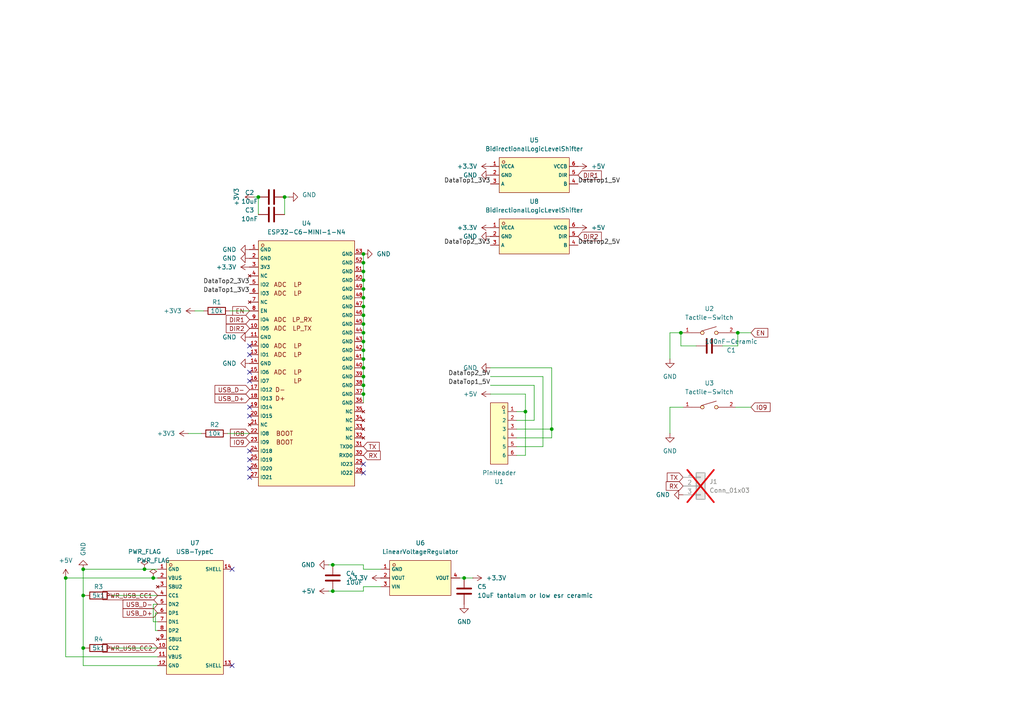
<source format=kicad_sch>
(kicad_sch (version 20231120) (generator "eeschema") (generator_version "8.0")
  (paper "A4")
  (lib_symbols
    (symbol "Connector_Generic:Conn_01x03" (pin_names (offset 1.016) hide)
      (property "Reference" "J" (at 0 5.08 0))
      (property "Value" "Conn_01x03" (at 0 -5.08 0))
      (symbol "Conn_01x03_1_1"
        (rectangle (start -1.27 -2.413) (end 0 -2.667) (stroke (width 0.1524)))
        (rectangle (start -1.27 0.127) (end 0 -0.127) (stroke (width 0.1524)))
        (rectangle (start -1.27 2.667) (end 0 2.413) (stroke (width 0.1524)))
        (rectangle (start -1.27 3.81) (end 1.27 -3.81) (stroke (width 0.254)) (fill (type background)))
        (pin passive line (at -5.08 2.54 0) (length 3.81) (name "Pin_1") (number "1"))
        (pin passive line (at -5.08 0 0) (length 3.81) (name "Pin_2") (number "2"))
        (pin passive line (at -5.08 -2.54 0) (length 3.81) (name "Pin_3") (number "3"))
      )
    )
    (symbol "Custom_Parts:01x06_PinHeader_Angled"
      (property "Reference" "U" (at 0 1.27 0))
      (property "Value" "01x06_PinHeader_Angled" (at 0 -2.54 0))
      (symbol "01x06_PinHeader_Angled_0_1"
        (rectangle (start -2.54 8.89) (end 2.54 -8.89) (fill (type background)))
        (circle (center -1.27 7.62) (radius 0.381) (fill (type background)))
      )
      (symbol "01x06_PinHeader_Angled_1_1"
        (pin passive line (at -5.08 6.35 0) (length 2.54) (name "1") (number "1"))
        (pin passive line (at -5.08 3.81 0) (length 2.54) (name "2") (number "2"))
        (pin passive line (at -5.08 1.27 0) (length 2.54) (name "3") (number "3"))
        (pin passive line (at -5.08 -1.27 0) (length 2.54) (name "4") (number "4"))
        (pin passive line (at -5.08 -3.81 0) (length 2.54) (name "5") (number "5"))
        (pin passive line (at -5.08 -6.35 0) (length 2.54) (name "6") (number "6"))
      )
    )
    (symbol "Custom_Parts:BidirectionalLogicLevelShifter"
      (property "Reference" "U" (at 0 1.27 0))
      (property "Value" "BidirectionalLogicLevelShifter" (at 0 -2.54 0))
      (symbol "BidirectionalLogicLevelShifter_0_1"
        (rectangle (start -10.16 5.08) (end 10.16 -5.08) (fill (type background)))
        (circle (center -8.89 3.81) (radius 0.381) (fill (type background)))
        (pin power_in line (at -12.7 2.54 0) (length 2.54) (name "VCCA") (number "1"))
        (pin power_in line (at -12.7 0 0) (length 2.54) (name "GND") (number "2"))
        (pin bidirectional line (at -12.7 -2.54 0) (length 2.54) (name "A") (number "3"))
        (pin bidirectional line (at 12.7 -2.54 180) (length 2.54) (name "B") (number "4"))
        (pin input line (at 12.7 0 180) (length 2.54) (name "DIR") (number "5"))
        (pin power_in line (at 12.7 2.54 180) (length 2.54) (name "VCCB") (number "6"))
      )
    )
    (symbol "Custom_Parts:ESP32-C6-MINI-1-N4"
      (property "Reference" "U" (at 0 1.27 0))
      (property "Value" "ESP32-C6-MINI-1-N4" (at 0 -2.54 0))
      (symbol "ESP32-C6-MINI-1-N4_0_1"
        (rectangle (start -13.97 38.1001) (end 13.97 -33.0201) (fill (type background)))
        (circle (center -12.7 36.8301) (radius 0.381) (fill (type background)))
        (pin bidirectional line (at -16.51 12.7 0) (length 2.54) (name "IO5") (number "10"))
        (pin power_in line (at -16.51 10.16 0) (length 2.54) (name "GND") (number "11"))
        (pin bidirectional line (at -16.51 7.62 0) (length 2.54) (name "IO0") (number "12"))
        (pin bidirectional line (at -16.51 5.08 0) (length 2.54) (name "IO1") (number "13"))
        (pin power_in line (at -16.51 2.54 0) (length 2.54) (name "GND") (number "14"))
        (pin bidirectional line (at -16.51 0 0) (length 2.54) (name "IO6") (number "15"))
        (pin bidirectional line (at -16.51 -2.54 0) (length 2.54) (name "IO7") (number "16"))
        (pin bidirectional line (at -16.51 -5.08 0) (length 2.54) (name "IO12") (number "17"))
        (pin bidirectional line (at -16.51 -7.62 0) (length 2.54) (name "IO13") (number "18"))
        (pin bidirectional line (at -16.51 -10.16 0) (length 2.54) (name "IO14") (number "19"))
        (pin bidirectional line (at -16.51 -12.7 0) (length 2.54) (name "IO15") (number "20"))
        (pin no_connect line (at -16.51 -15.24 0) (length 2.54) (name "NC") (number "21"))
        (pin bidirectional line (at -16.51 -17.78 0) (length 2.54) (name "IO8") (number "22"))
        (pin bidirectional line (at -16.51 -20.32 0) (length 2.54) (name "IO9") (number "23"))
        (pin bidirectional line (at -16.51 -22.86 0) (length 2.54) (name "IO18") (number "24"))
        (pin bidirectional line (at -16.51 -25.4 0) (length 2.54) (name "IO19") (number "25"))
        (pin bidirectional line (at -16.51 -27.94 0) (length 2.54) (name "IO20") (number "26"))
        (pin bidirectional line (at -16.51 -30.48 0) (length 2.54) (name "IO21") (number "27"))
        (pin bidirectional line (at 16.51 -29.21 180) (length 2.54) (name "IO22") (number "28"))
        (pin bidirectional line (at 16.51 -26.67 180) (length 2.54) (name "IO23") (number "29"))
        (pin bidirectional line (at 16.51 -24.13 180) (length 2.54) (name "RXD0") (number "30"))
        (pin bidirectional line (at 16.51 -21.59 180) (length 2.54) (name "TXD0") (number "31"))
        (pin no_connect line (at 16.51 -19.05 180) (length 2.54) (name "NC") (number "32"))
        (pin no_connect line (at 16.51 -16.51 180) (length 2.54) (name "NC") (number "33"))
        (pin no_connect line (at 16.51 -13.97 180) (length 2.54) (name "NC") (number "34"))
        (pin no_connect line (at 16.51 -11.43 180) (length 2.54) (name "NC") (number "35"))
        (pin power_in line (at 16.51 -8.89 180) (length 2.54) (name "GND") (number "36"))
        (pin power_in line (at 16.51 -6.35 180) (length 2.54) (name "GND") (number "37"))
        (pin power_in line (at 16.51 -3.81 180) (length 2.54) (name "GND") (number "38"))
        (pin power_in line (at 16.51 -1.27 180) (length 2.54) (name "GND") (number "39"))
        (pin power_in line (at 16.51 1.27 180) (length 2.54) (name "GND") (number "40"))
        (pin power_in line (at 16.51 3.81 180) (length 2.54) (name "GND") (number "41"))
        (pin power_in line (at 16.51 6.35 180) (length 2.54) (name "GND") (number "42"))
        (pin power_in line (at 16.51 8.89 180) (length 2.54) (name "GND") (number "43"))
        (pin power_in line (at 16.51 11.43 180) (length 2.54) (name "GND") (number "44"))
        (pin power_in line (at 16.51 13.97 180) (length 2.54) (name "GND") (number "45"))
        (pin power_in line (at 16.51 16.51 180) (length 2.54) (name "GND") (number "46"))
        (pin power_in line (at 16.51 19.05 180) (length 2.54) (name "GND") (number "47"))
        (pin power_in line (at 16.51 21.59 180) (length 2.54) (name "GND") (number "48"))
        (pin power_in line (at 16.51 24.13 180) (length 2.54) (name "GND") (number "49"))
        (pin bidirectional line (at -16.51 25.4 0) (length 2.54) (name "IO2") (number "5"))
        (pin power_in line (at 16.51 26.67 180) (length 2.54) (name "GND") (number "50"))
        (pin power_in line (at 16.51 29.21 180) (length 2.54) (name "GND") (number "51"))
        (pin power_in line (at 16.51 31.75 180) (length 2.54) (name "GND") (number "52"))
        (pin power_in line (at 16.51 34.29 180) (length 2.54) (name "GND") (number "53"))
        (pin bidirectional line (at -16.51 22.86 0) (length 2.54) (name "IO3") (number "6"))
        (pin no_connect line (at -16.51 20.32 0) (length 2.54) (name "NC") (number "7"))
        (pin input line (at -16.51 17.78 0) (length 2.54) (name "EN") (number "8"))
        (pin bidirectional line (at -16.51 15.24 0) (length 2.54) (name "IO4") (number "9"))
      )
      (symbol "ESP32-C6-MINI-1-N4_1_1"
        (text "ADC" (at -7.62 0 0) (effects (font (size 1.27 1.27))))
        (text "ADC" (at -7.62 5.08 0) (effects (font (size 1.27 1.27))))
        (text "ADC" (at -7.62 7.62 0) (effects (font (size 1.27 1.27))))
        (text "ADC" (at -7.62 12.7 0) (effects (font (size 1.27 1.27))))
        (text "ADC" (at -7.62 15.24 0) (effects (font (size 1.27 1.27))))
        (text "ADC" (at -7.62 22.86 0) (effects (font (size 1.27 1.27))))
        (text "ADC" (at -7.62 25.4 0) (effects (font (size 1.27 1.27))))
        (text "BOOT" (at -6.35 -20.32 0) (effects (font (size 1.27 1.27))))
        (text "BOOT" (at -6.35 -17.78 0) (effects (font (size 1.27 1.27))))
        (text "D+" (at -7.62 -7.62 0) (effects (font (size 1.27 1.27))))
        (text "D-" (at -7.62 -5.08 0) (effects (font (size 1.27 1.27))))
        (text "LP" (at -2.54 -2.54 0) (effects (font (size 1.27 1.27))))
        (text "LP" (at -2.54 0 0) (effects (font (size 1.27 1.27))))
        (text "LP" (at -2.54 5.08 0) (effects (font (size 1.27 1.27))))
        (text "LP" (at -2.54 7.62 0) (effects (font (size 1.27 1.27))))
        (text "LP" (at -2.54 22.86 0) (effects (font (size 1.27 1.27))))
        (text "LP" (at -2.54 25.4 0) (effects (font (size 1.27 1.27))))
        (text "LP_RX" (at -1.27 15.24 0) (effects (font (size 1.27 1.27))))
        (text "LP_TX" (at -1.27 12.7 0) (effects (font (size 1.27 1.27))))
        (pin power_in line (at -16.51 35.56 0) (length 2.54) (name "GND") (number "1"))
        (pin power_in line (at -16.51 33.02 0) (length 2.54) (name "GND") (number "2"))
        (pin power_in line (at -16.51 30.48 0) (length 2.54) (name "3V3") (number "3"))
        (pin no_connect line (at -16.51 27.94 0) (length 2.54) (name "NC") (number "4"))
      )
    )
    (symbol "Custom_Parts:LinearVoltageRegulator"
      (property "Reference" "U" (at 0 1.27 0))
      (property "Value" "LinearVoltageRegulator" (at 0 -2.54 0))
      (symbol "LinearVoltageRegulator_0_1"
        (rectangle (start -8.89 5.08) (end 8.89 -5.08) (fill (type background)))
        (circle (center -7.62 3.81) (radius 0.381) (fill (type background)))
        (pin power_in line (at -11.43 2.54 0) (length 2.54) (name "GND") (number "1"))
        (pin power_out line (at -11.43 0 0) (length 2.54) (name "VOUT") (number "2"))
        (pin power_in line (at -11.43 -2.54 0) (length 2.54) (name "VIN") (number "3"))
        (pin power_out line (at 11.43 0 180) (length 2.54) (name "VOUT") (number "4"))
      )
    )
    (symbol "Custom_Parts:TS-1088-AR02016" (pin_names hide)
      (property "Reference" "U" (at 0 1.27 0))
      (property "Value" "TS-1088-AR02016" (at 0 -2.54 0))
      (symbol "TS-1088-AR02016_0_1"
        (circle (center -2.032 0) (radius 0.508) (fill (type background)))
        (polyline (pts (xy -5.08 0) (xy -2.54 0)))
        (polyline (pts (xy -2.286 0.508) (xy 2.032 1.778)))
        (polyline (pts (xy 5.08 0) (xy 2.54 0)))
        (circle (center 2.032 0) (radius 0.508) (fill (type background)))
        (pin passive line (at -7.62 0 0) (length 2.54) (name "1") (number "1"))
        (pin passive line (at 7.62 0 180) (length 2.54) (name "2") (number "2"))
      )
    )
    (symbol "Custom_Parts:USB-TypeC"
      (property "Reference" "U" (at 0 1.27 0))
      (property "Value" "USB-TypeC" (at 0 -2.54 0))
      (symbol "USB-TypeC_0_1"
        (rectangle (start -8.89 16.51) (end 7.62 -16.51) (fill (type background)))
        (circle (center -7.62 15.24) (radius 0.381) (fill (type background)))
        (pin power_out line (at -11.43 13.97 0) (length 2.54) (name "GND") (number "1"))
        (pin input line (at -11.43 -8.89 0) (length 2.54) (name "CC2") (number "10"))
        (pin power_out line (at -11.43 -11.43 0) (length 2.54) (name "VBUS") (number "11"))
        (pin power_out line (at -11.43 -13.97 0) (length 2.54) (name "GND") (number "12"))
        (pin passive line (at 10.16 -13.97 180) (length 2.54) (name "SHELL") (number "13"))
        (pin passive line (at 10.16 13.97 180) (length 2.54) (name "SHELL") (number "14"))
        (pin power_out line (at -11.43 11.43 0) (length 2.54) (name "VBUS") (number "2"))
        (pin no_connect line (at -11.43 8.89 0) (length 2.54) (name "SBU2") (number "3"))
        (pin input line (at -11.43 6.35 0) (length 2.54) (name "CC1") (number "4"))
        (pin bidirectional line (at -11.43 3.81 0) (length 2.54) (name "DN2") (number "5"))
        (pin bidirectional line (at -11.43 1.27 0) (length 2.54) (name "DP1") (number "6"))
        (pin bidirectional line (at -11.43 -1.27 0) (length 2.54) (name "DN1") (number "7"))
        (pin bidirectional line (at -11.43 -3.81 0) (length 2.54) (name "DP2") (number "8"))
        (pin no_connect line (at -11.43 -6.35 0) (length 2.54) (name "SBU1") (number "9"))
      )
    )
    (symbol "Device:C" (pin_numbers hide) (pin_names (offset 0.254))
      (property "Reference" "C" (at 0.635 2.54 0))
      (property "Value" "C" (at 0.635 -2.54 0))
      (symbol "C_0_1"
        (polyline (pts (xy -2.032 -0.762) (xy 2.032 -0.762)) (stroke (width 0.508)))
        (polyline (pts (xy -2.032 0.762) (xy 2.032 0.762)) (stroke (width 0.508)))
      )
      (symbol "C_1_1"
        (pin passive line (at 0 3.81 270) (length 2.794) (name "~") (number "1"))
        (pin passive line (at 0 -3.81 90) (length 2.794) (name "~") (number "2"))
      )
    )
    (symbol "Device:R" (pin_numbers hide) (pin_names (offset 0))
      (property "Reference" "R" (at 2.032 0 90))
      (property "Value" "R" (at 0 0 90))
      (symbol "R_0_1"
        (rectangle (start -1.016 -2.54) (end 1.016 2.54) (stroke (width 0.254)))
      )
      (symbol "R_1_1"
        (pin passive line (at 0 3.81 270) (length 1.27) (name "~") (number "1"))
        (pin passive line (at 0 -3.81 90) (length 1.27) (name "~") (number "2"))
      )
    )
    (symbol "power:+3.3V" (power) (pin_numbers hide) (pin_names (offset 0) hide)
      (property "Value" "+3.3V" (at 0 3.556 0))
      (symbol "+3.3V_0_1"
        (polyline (pts (xy -0.762 1.27) (xy 0 2.54)))
        (polyline (pts (xy 0 0) (xy 0 2.54)))
        (polyline (pts (xy 0 2.54) (xy 0.762 1.27)))
      )
      (symbol "+3.3V_1_1"
        (pin power_in line (at 0 0 90) (length 0) (name "~") (number "1"))
      )
    )
    (symbol "power:+3V3" (power) (pin_names (offset 0))
      (property "Value" "+3V3" (at 0 3.556 0))
      (symbol "+3V3_0_1"
        (polyline (pts (xy -0.762 1.27) (xy 0 2.54)))
        (polyline (pts (xy 0 0) (xy 0 2.54)))
        (polyline (pts (xy 0 2.54) (xy 0.762 1.27)))
      )
      (symbol "+3V3_1_1"
        (pin power_in line (at 0 0 90) (length 0) hide (name "+3V3") (number "1"))
      )
    )
    (symbol "power:+5V" (power) (pin_numbers hide) (pin_names (offset 0) hide)
      (property "Value" "+5V" (at 0 3.556 0))
      (symbol "+5V_0_1"
        (polyline (pts (xy -0.762 1.27) (xy 0 2.54)))
        (polyline (pts (xy 0 0) (xy 0 2.54)))
        (polyline (pts (xy 0 2.54) (xy 0.762 1.27)))
      )
      (symbol "+5V_1_1"
        (pin power_in line (at 0 0 90) (length 0) (name "~") (number "1"))
      )
    )
    (symbol "power:GND" (power) (pin_numbers hide) (pin_names (offset 0) hide)
      (property "Value" "GND" (at 0 -3.81 0))
      (symbol "GND_0_1"
        (polyline (pts (xy 0 0) (xy 0 -1.27) (xy 1.27 -1.27) (xy 0 -2.54) (xy -1.27 -1.27) (xy 0 -1.27)))
      )
      (symbol "GND_1_1"
        (pin power_in line (at 0 0 270) (length 0) (name "~") (number "1"))
      )
    )
    (symbol "power:PWR_FLAG" (power) (pin_numbers hide) (pin_names (offset 0) hide)
      (property "Value" "PWR_FLAG" (at 0 3.81 0))
      (symbol "PWR_FLAG_0_0"
        (pin power_out line (at 0 0 90) (length 0) (name "~") (number "1"))
      )
      (symbol "PWR_FLAG_0_1"
        (polyline (pts (xy 0 0) (xy 0 1.27) (xy -1.016 1.905) (xy 0 2.54) (xy 1.016 1.905) (xy 0 1.27)))
      )
    )
  )
  (junction (at 105.41 106.68))
  (junction (at 41.91 165.1))
  (junction (at 74.93 57.15))
  (junction (at 105.41 78.74))
  (junction (at 197.485 96.52))
  (junction (at 105.41 93.98))
  (junction (at 160.02 124.46))
  (junction (at 105.41 81.28))
  (junction (at 105.41 91.44))
  (junction (at 24.13 187.96))
  (junction (at 152.4 119.38))
  (junction (at 96.52 171.45))
  (junction (at 19.05 167.64))
  (junction (at 213.995 96.52))
  (junction (at 105.41 101.6))
  (junction (at 105.41 111.76))
  (junction (at 105.41 109.22))
  (junction (at 105.41 73.66))
  (junction (at 134.62 167.64))
  (junction (at 105.41 86.36))
  (junction (at 105.41 83.82))
  (junction (at 24.13 172.72))
  (junction (at 105.41 99.06))
  (junction (at 105.41 76.2))
  (junction (at 105.41 96.52))
  (junction (at 105.41 104.14))
  (junction (at 82.55 57.15))
  (junction (at 96.52 163.83))
  (junction (at 44.45 167.64))
  (junction (at 105.41 88.9))
  (junction (at 105.41 114.3))
  (junction (at 24.13 165.1))
  (no_connect (at 72.39 133.35))
  (no_connect (at 72.39 107.95))
  (no_connect (at 72.39 135.89))
  (no_connect (at 72.39 100.33))
  (no_connect (at 72.39 138.43))
  (no_connect (at 72.39 130.81))
  (no_connect (at 105.41 137.16))
  (no_connect (at 72.39 102.87))
  (no_connect (at 72.39 118.11))
  (no_connect (at 72.39 120.65))
  (no_connect (at 67.31 193.04))
  (no_connect (at 67.31 165.1))
  (no_connect (at 72.39 110.49))
  (no_connect (at 105.41 134.62))
  (wire (pts (xy 73.66 57.15) (xy 74.93 57.15)))
  (wire (pts (xy 160.02 124.46) (xy 149.86 124.46)))
  (wire (pts (xy 58.42 125.73) (xy 54.61 125.73)))
  (wire (pts (xy 160.02 106.68) (xy 160.02 124.46)))
  (wire (pts (xy 149.86 119.38) (xy 152.4 119.38)))
  (wire (pts (xy 105.41 101.6) (xy 105.41 104.14)))
  (wire (pts (xy 152.4 119.38) (xy 152.4 114.3)))
  (wire (pts (xy 213.995 100.33) (xy 213.995 96.52)))
  (wire (pts (xy 149.86 127) (xy 160.02 127)))
  (wire (pts (xy 59.055 90.17) (xy 56.515 90.17)))
  (wire (pts (xy 44.45 180.34) (xy 45.72 180.34)))
  (wire (pts (xy 82.55 57.15) (xy 82.55 62.23)))
  (wire (pts (xy 154.94 111.76) (xy 154.94 121.92)))
  (wire (pts (xy 19.05 167.64) (xy 19.05 190.5)))
  (wire (pts (xy 134.62 167.64) (xy 133.35 167.64)))
  (wire (pts (xy 74.93 57.15) (xy 74.93 62.23)))
  (wire (pts (xy 32.385 172.72) (xy 45.72 172.72)))
  (wire (pts (xy 105.41 165.1) (xy 110.49 165.1)))
  (wire (pts (xy 83.82 57.15) (xy 82.55 57.15)))
  (wire (pts (xy 44.45 175.26) (xy 44.45 180.34)))
  (wire (pts (xy 105.41 78.74) (xy 105.41 81.28)))
  (wire (pts (xy 194.31 118.11) (xy 194.31 125.73)))
  (wire (pts (xy 213.36 118.11) (xy 217.805 118.11)))
  (wire (pts (xy 137.16 167.64) (xy 134.62 167.64)))
  (wire (pts (xy 72.39 90.17) (xy 66.675 90.17)))
  (wire (pts (xy 95.25 171.45) (xy 96.52 171.45)))
  (wire (pts (xy 24.13 193.04) (xy 45.72 193.04)))
  (wire (pts (xy 45.085 182.88) (xy 45.085 177.8)))
  (wire (pts (xy 105.41 114.3) (xy 105.41 116.84)))
  (wire (pts (xy 45.72 175.26) (xy 44.45 175.26)))
  (wire (pts (xy 160.02 127) (xy 160.02 124.46)))
  (wire (pts (xy 19.05 190.5) (xy 45.72 190.5)))
  (wire (pts (xy 41.91 165.1) (xy 45.72 165.1)))
  (wire (pts (xy 105.41 106.68) (xy 105.41 109.22)))
  (wire (pts (xy 105.41 83.82) (xy 105.41 86.36)))
  (wire (pts (xy 105.41 86.36) (xy 105.41 88.9)))
  (wire (pts (xy 201.93 100.33) (xy 197.485 100.33)))
  (wire (pts (xy 213.36 96.52) (xy 213.995 96.52)))
  (wire (pts (xy 197.485 100.33) (xy 197.485 96.52)))
  (wire (pts (xy 24.13 165.1) (xy 24.13 172.72)))
  (wire (pts (xy 105.41 88.9) (xy 105.41 91.44)))
  (wire (pts (xy 105.41 81.28) (xy 105.41 83.82)))
  (wire (pts (xy 152.4 132.08) (xy 152.4 119.38)))
  (wire (pts (xy 197.485 96.52) (xy 198.12 96.52)))
  (wire (pts (xy 194.31 96.52) (xy 194.31 104.14)))
  (wire (pts (xy 105.41 96.52) (xy 105.41 99.06)))
  (wire (pts (xy 194.31 96.52) (xy 197.485 96.52)))
  (wire (pts (xy 45.085 177.8) (xy 45.72 177.8)))
  (wire (pts (xy 213.995 96.52) (xy 217.805 96.52)))
  (wire (pts (xy 105.41 111.76) (xy 105.41 114.3)))
  (wire (pts (xy 157.48 129.54) (xy 149.86 129.54)))
  (wire (pts (xy 44.45 167.64) (xy 45.72 167.64)))
  (wire (pts (xy 105.41 109.22) (xy 105.41 111.76)))
  (wire (pts (xy 105.41 99.06) (xy 105.41 101.6)))
  (wire (pts (xy 105.41 76.2) (xy 105.41 78.74)))
  (wire (pts (xy 105.41 104.14) (xy 105.41 106.68)))
  (wire (pts (xy 32.385 187.96) (xy 45.72 187.96)))
  (wire (pts (xy 105.41 73.66) (xy 105.41 76.2)))
  (wire (pts (xy 142.24 109.22) (xy 157.48 109.22)))
  (wire (pts (xy 154.94 121.92) (xy 149.86 121.92)))
  (wire (pts (xy 24.13 172.72) (xy 24.765 172.72)))
  (wire (pts (xy 142.24 111.76) (xy 154.94 111.76)))
  (wire (pts (xy 45.72 182.88) (xy 45.085 182.88)))
  (wire (pts (xy 105.41 163.83) (xy 105.41 165.1)))
  (wire (pts (xy 96.52 163.83) (xy 105.41 163.83)))
  (wire (pts (xy 149.86 132.08) (xy 152.4 132.08)))
  (wire (pts (xy 209.55 100.33) (xy 213.995 100.33)))
  (wire (pts (xy 142.24 106.68) (xy 160.02 106.68)))
  (wire (pts (xy 72.39 125.73) (xy 66.04 125.73)))
  (wire (pts (xy 194.31 118.11) (xy 198.12 118.11)))
  (wire (pts (xy 105.41 170.18) (xy 110.49 170.18)))
  (wire (pts (xy 19.05 167.64) (xy 44.45 167.64)))
  (wire (pts (xy 105.41 171.45) (xy 105.41 170.18)))
  (wire (pts (xy 24.13 187.96) (xy 24.765 187.96)))
  (wire (pts (xy 157.48 109.22) (xy 157.48 129.54)))
  (wire (pts (xy 95.25 163.83) (xy 96.52 163.83)))
  (wire (pts (xy 142.24 114.3) (xy 152.4 114.3)))
  (wire (pts (xy 96.52 171.45) (xy 105.41 171.45)))
  (wire (pts (xy 24.13 187.96) (xy 24.13 193.04)))
  (wire (pts (xy 105.41 91.44) (xy 105.41 93.98)))
  (wire (pts (xy 105.41 93.98) (xy 105.41 96.52)))
  (wire (pts (xy 24.13 165.1) (xy 41.91 165.1)))
  (wire (pts (xy 24.13 172.72) (xy 24.13 187.96)))
  (label "DataTop2_5V" (at 142.24 109.22 180))
  (label "DataTop1_3V3" (at 72.39 85.09 180))
  (label "DataTop2_5V" (at 167.64 71.12 0))
  (label "DataTop1_3V3" (at 142.24 53.34 180))
  (label "DataTop1_5V" (at 142.24 111.76 180))
  (label "DataTop1_5V" (at 167.64 53.34 0))
  (label "DataTop2_3V3" (at 72.39 82.55 180))
  (label "DataTop2_3V3" (at 142.24 71.12 180))
  (global_label "DIR1" (shape input) (at 167.64 50.8 0) (property "Intersheetrefs" "${INTERSHEET_REFS}" (effects (hide yes))))
  (global_label "IO8" (shape input) (at 72.39 125.73 180) (property "Intersheetrefs" "${INTERSHEET_REFS}" (effects (hide yes))))
  (global_label "USB_D-" (shape input) (at 72.39 113.03 180) (property "Intersheetrefs" "${INTERSHEET_REFS}" (effects (hide yes))))
  (global_label "USB_D+" (shape input) (at 72.39 115.57 180) (property "Intersheetrefs" "${INTERSHEET_REFS}" (effects (hide yes))))
  (global_label "IO9" (shape input) (at 72.39 128.27 180) (property "Intersheetrefs" "${INTERSHEET_REFS}" (effects (hide yes))))
  (global_label "TX" (shape input) (at 105.41 129.54 0) (property "Intersheetrefs" "${INTERSHEET_REFS}" (effects (hide yes))))
  (global_label "IO9" (shape input) (at 217.805 118.11 0) (property "Intersheetrefs" "${INTERSHEET_REFS}" (effects (hide yes))))
  (global_label "USB_D+" (shape input) (at 45.72 177.8 180) (property "Intersheetrefs" "${INTERSHEET_REFS}" (effects (hide yes))))
  (global_label "PWR_USB_CC1" (shape input) (at 45.72 172.72 180) (property "Intersheetrefs" "${INTERSHEET_REFS}" (effects (hide yes))))
  (global_label "RX" (shape input) (at 198.12 140.97 180) (property "Intersheetrefs" "${INTERSHEET_REFS}" (effects (hide yes))))
  (global_label "TX" (shape input) (at 198.12 138.43 180) (property "Intersheetrefs" "${INTERSHEET_REFS}" (effects (hide yes))))
  (global_label "DIR2" (shape input) (at 72.39 95.25 180) (property "Intersheetrefs" "${INTERSHEET_REFS}" (effects (hide yes))))
  (global_label "DIR2" (shape input) (at 167.64 68.58 0) (property "Intersheetrefs" "${INTERSHEET_REFS}" (effects (hide yes))))
  (global_label "DIR1" (shape input) (at 72.39 92.71 180) (property "Intersheetrefs" "${INTERSHEET_REFS}" (effects (hide yes))))
  (global_label "USB_D-" (shape input) (at 45.72 175.26 180) (property "Intersheetrefs" "${INTERSHEET_REFS}" (effects (hide yes))))
  (global_label "PWR_USB_CC2" (shape input) (at 45.72 187.96 180) (property "Intersheetrefs" "${INTERSHEET_REFS}" (effects (hide yes))))
  (global_label "RX" (shape input) (at 105.41 132.08 0) (property "Intersheetrefs" "${INTERSHEET_REFS}" (effects (hide yes))))
  (global_label "EN" (shape input) (at 72.39 90.17 180) (property "Intersheetrefs" "${INTERSHEET_REFS}" (effects (hide yes))))
  (global_label "EN" (shape input) (at 217.805 96.52 0) (property "Intersheetrefs" "${INTERSHEET_REFS}" (effects (hide yes))))
  (symbol (lib_id "power:+3.3V") (at 137.16 167.64 270) (unit 1)
    (property "Reference" "#PWR11" (effects (hide yes)))
    (property "Value" "+3.3V" (at 140.97 167.6399 90) (effects (justify left)))
    (property "Description" "Power symbol creates a global label with name \"+3.3V\"" (effects (hide yes)))
  )
  (symbol (lib_id "power:+3.3V") (at 110.49 167.64 90) (unit 1)
    (property "Reference" "#PWR10" (effects (hide yes)))
    (property "Value" "+3.3V" (at 106.68 167.6399 90) (effects (justify left)))
    (property "Description" "Power symbol creates a global label with name \"+3.3V\"" (effects (hide yes)))
  )
  (symbol (lib_id "power:PWR_FLAG") (at 41.91 165.1 0) (unit 1)
    (property "Reference" "#FLG1" (effects (hide yes)))
    (property "Value" "PWR_FLAG" (at 41.91 160.02 0))
    (property "Description" "Special symbol for telling ERC where power comes from" (effects (hide yes)))
  )
  (symbol (lib_id "power:GND") (at 72.39 105.41 270) (unit 1)
    (property "Reference" "#PWR18" (effects (hide yes)))
    (property "Value" "GND" (at 68.58 105.41 90) (effects (justify right)))
  )
  (symbol (lib_id "Device:C") (at 78.74 62.23 90) (unit 1)
    (property "Reference" "C3" (at 72.39 60.96 90))
    (property "Value" "10nF" (at 72.39 63.5 90))
    (property "Footprint" "Capacitor_SMD:C_0402_1005Metric" (effects (hide yes)))
    (property "LCSC" "C15195" (effects (hide yes)))
    (property "MPN" "C15195" (effects (hide yes)))
  )
  (symbol (lib_id "Connector_Generic:Conn_01x03") (at 203.2 140.97 0) (unit 1) (in_bom no) (dnp yes)
    (property "Reference" "J1" (at 205.74 139.7 0) (effects (justify left)))
    (property "Value" "Conn_01x03" (at 205.74 142.24 0) (effects (justify left)))
    (property "Footprint" "Connector_PinHeader_2.54mm:PinHeader_1x03_P2.54mm_Vertical" (effects (hide yes)))
    (property "MPN" "/" (effects (hide yes)))
  )
  (symbol (lib_id "Custom_Parts:LinearVoltageRegulator") (at 121.92 167.64 0) (unit 1)
    (property "Reference" "U6" (at 121.92 157.48 0))
    (property "Value" "LinearVoltageRegulator" (at 121.92 160.02 0))
    (property "Footprint" "CustomFootprints:VoltageRegulator" (effects (hide yes)))
    (property "Datasheet" "https://item.szlcsc.com/410724.html" (effects (hide yes)))
    (property "LCSC" "C6186" (effects (hide yes)))
  )
  (symbol (lib_id "power:+3.3V") (at 72.39 77.47 90) (unit 1)
    (property "Reference" "#PWR20" (effects (hide yes)))
    (property "Value" "+3.3V" (at 68.58 77.4699 90) (effects (justify left)))
    (property "Description" "Power symbol creates a global label with name \"+3.3V\"" (effects (hide yes)))
  )
  (symbol (lib_id "power:+5V") (at 167.64 48.26 270) (unit 1)
    (property "Reference" "#PWR27" (effects (hide yes)))
    (property "Value" "+5V" (at 171.45 48.2599 90) (effects (justify left)))
    (property "Description" "Power symbol creates a global label with name \"+5V\"" (effects (hide yes)))
  )
  (symbol (lib_id "power:+3V3") (at 73.66 57.15 90) (unit 1)
    (property "Reference" "#PWR13" (effects (hide yes)))
    (property "Value" "+3V3" (at 68.58 57.15 0))
  )
  (symbol (lib_id "power:+5V") (at 95.25 171.45 90) (unit 1)
    (property "Reference" "#PWR9" (effects (hide yes)))
    (property "Value" "+5V" (at 91.44 171.4499 90) (effects (justify left)))
    (property "Description" "Power symbol creates a global label with name \"+5V\"" (effects (hide yes)))
  )
  (symbol (lib_id "power:+5V") (at 142.24 114.3 90) (unit 1)
    (property "Reference" "#PWR2" (effects (hide yes)))
    (property "Value" "+5V" (at 138.43 114.2999 90) (effects (justify left)))
    (property "Description" "Power symbol creates a global label with name \"+5V\"" (effects (hide yes)))
  )
  (symbol (lib_id "Device:R") (at 62.23 125.73 270) (mirror x) (unit 1)
    (property "Reference" "R2" (at 62.23 123.19 90))
    (property "Value" "10k" (at 62.23 125.73 90))
    (property "Footprint" "Resistor_SMD:R_0402_1005Metric" (effects (hide yes)))
    (property "LCSC" "C25744" (effects (hide yes)))
    (property "MPN" "C25744" (effects (hide yes)))
  )
  (symbol (lib_id "power:GND") (at 134.62 175.26 0) (unit 1)
    (property "Reference" "#PWR28" (effects (hide yes)))
    (property "Value" "GND" (at 134.62 180.34 0))
    (property "Description" "Power symbol creates a global label with name \"GND\" , ground" (effects (hide yes)))
  )
  (symbol (lib_id "power:PWR_FLAG") (at 44.45 167.64 0) (unit 1)
    (property "Reference" "#FLG2" (effects (hide yes)))
    (property "Value" "PWR_FLAG" (at 44.45 162.56 0))
    (property "Description" "Special symbol for telling ERC where power comes from" (effects (hide yes)))
  )
  (symbol (lib_id "power:+3V3") (at 54.61 125.73 90) (mirror x) (unit 1)
    (property "Reference" "#PWR6" (effects (hide yes)))
    (property "Value" "+3V3" (at 50.8 125.73 90) (effects (justify left)))
  )
  (symbol (lib_id "power:+3.3V") (at 142.24 66.04 90) (unit 1)
    (property "Reference" "#PWR22" (effects (hide yes)))
    (property "Value" "+3.3V" (at 138.43 66.0399 90) (effects (justify left)))
    (property "Description" "Power symbol creates a global label with name \"+3.3V\"" (effects (hide yes)))
  )
  (symbol (lib_id "Custom_Parts:BidirectionalLogicLevelShifter") (at 154.94 68.58 0) (unit 1)
    (property "Reference" "U8" (at 154.94 58.42 0))
    (property "Value" "BidirectionalLogicLevelShifter" (at 154.94 60.96 0))
    (property "Footprint" "CustomFootprints:BidirectionalLogicLevelConverter" (effects (hide yes)))
    (property "Datasheet" "https://item.szlcsc.com/112963.html" (effects (hide yes)))
    (property "LCSC" "C168855" (effects (hide yes)))
  )
  (symbol (lib_id "power:GND") (at 72.39 72.39 270) (unit 1)
    (property "Reference" "#PWR15" (effects (hide yes)))
    (property "Value" "GND" (at 68.58 72.39 90) (effects (justify right)))
  )
  (symbol (lib_id "Device:C") (at 205.74 100.33 270) (unit 1)
    (property "Reference" "C1" (at 212.09 101.6 90))
    (property "Value" "100nF-Ceramic" (at 212.09 99.06 90))
    (property "Footprint" "Capacitor_SMD:C_0402_1005Metric" (effects (hide yes)))
    (property "LCSC" "C1525" (effects (hide yes)))
    (property "MPN" "C1525" (effects (hide yes)))
  )
  (symbol (lib_id "power:GND") (at 142.24 68.58 270) (unit 1)
    (property "Reference" "#PWR23" (effects (hide yes)))
    (property "Value" "GND" (at 138.43 68.58 90) (effects (justify right)))
  )
  (symbol (lib_id "Custom_Parts:TS-1088-AR02016") (at 205.74 118.11 0) (unit 1)
    (property "Reference" "U3" (at 205.74 111.125 0))
    (property "Value" "Tactile-Switch" (at 205.74 113.665 0))
    (property "Footprint" "CustomFootprints:Button" (effects (hide yes)))
    (property "Datasheet" "https://item.szlcsc.com/457636.html" (effects (hide yes)))
    (property "LCSC" "C720477" (effects (hide yes)))
    (property "MPN" "C720477" (effects (hide yes)))
  )
  (symbol (lib_id "power:+5V") (at 167.64 66.04 270) (unit 1)
    (property "Reference" "#PWR26" (effects (hide yes)))
    (property "Value" "+5V" (at 171.45 66.0399 90) (effects (justify left)))
    (property "Description" "Power symbol creates a global label with name \"+5V\"" (effects (hide yes)))
  )
  (symbol (lib_id "power:GND") (at 95.25 163.83 270) (unit 1)
    (property "Reference" "#PWR12" (effects (hide yes)))
    (property "Value" "GND" (at 91.44 163.8299 90) (effects (justify right)))
    (property "Description" "Power symbol creates a global label with name \"GND\" , ground" (effects (hide yes)))
  )
  (symbol (lib_id "Device:C") (at 134.62 171.45 0) (unit 1)
    (property "Reference" "C5" (at 138.43 170.1799 0) (effects (justify left)))
    (property "Value" "10uF tantalum or low esr ceramic" (at 138.43 172.7199 0) (effects (justify left)))
    (property "Footprint" "Capacitor_SMD:C_0603_1608Metric" (effects (hide yes)))
    (property "Description" "Unpolarized capacitor" (effects (hide yes)))
  )
  (symbol (lib_id "power:+3.3V") (at 142.24 48.26 90) (unit 1)
    (property "Reference" "#PWR25" (effects (hide yes)))
    (property "Value" "+3.3V" (at 138.43 48.2599 90) (effects (justify left)))
    (property "Description" "Power symbol creates a global label with name \"+3.3V\"" (effects (hide yes)))
  )
  (symbol (lib_id "power:GND") (at 142.24 50.8 270) (unit 1)
    (property "Reference" "#PWR24" (effects (hide yes)))
    (property "Value" "GND" (at 138.43 50.8 90) (effects (justify right)))
  )
  (symbol (lib_id "Custom_Parts:ESP32-C6-MINI-1-N4") (at 88.9 107.95 0) (unit 1)
    (property "Reference" "U4" (at 88.9 64.77 0))
    (property "Value" "ESP32-C6-MINI-1-N4" (at 88.9 67.31 0))
    (property "Footprint" "CustomFootprints:ESP32C6-Mini-1-N4" (effects (hide yes)))
    (property "Datasheet" "https://eu.mouser.com/datasheet/2/891/esp32_c6_mini_1_datasheet_en-3105735.pdf" (effects (hide yes)))
    (property "LCSC" "C5736265" (effects (hide yes)))
  )
  (symbol (lib_id "power:GND") (at 142.24 106.68 270) (unit 1)
    (property "Reference" "#PWR1" (effects (hide yes)))
    (property "Value" "GND" (at 138.43 106.6799 90) (effects (justify right)))
    (property "Description" "Power symbol creates a global label with name \"GND\" , ground" (effects (hide yes)))
  )
  (symbol (lib_id "Device:C") (at 96.52 167.64 0) (unit 1)
    (property "Reference" "C4" (at 100.33 166.3699 0) (effects (justify left)))
    (property "Value" "10uF" (at 100.33 168.9099 0) (effects (justify left)))
    (property "Footprint" "Capacitor_SMD:C_0603_1608Metric" (effects (hide yes)))
    (property "Description" "Unpolarized capacitor" (effects (hide yes)))
  )
  (symbol (lib_id "power:+5V") (at 19.05 167.64 0) (unit 1)
    (property "Reference" "#PWR8" (effects (hide yes)))
    (property "Value" "+5V" (at 19.05 162.56 0))
    (property "Description" "Power symbol creates a global label with name \"+5V\"" (effects (hide yes)))
  )
  (symbol (lib_id "Custom_Parts:01x06_PinHeader_Angled") (at 144.78 125.73 0) (mirror y) (unit 1)
    (property "Reference" "U1" (at 144.78 139.7 0))
    (property "Value" "PinHeader" (at 144.78 137.16 0))
    (property "Footprint" "CustomFootprints:01x06_PinHeader_Angled" (effects (hide yes)))
    (property "Datasheet" "https://item.szlcsc.com/502970.html" (effects (hide yes)))
    (property "LCSC" "C492414" (effects (hide yes)))
  )
  (symbol (lib_id "power:GND") (at 194.31 125.73 0) (unit 1)
    (property "Reference" "#PWR4" (effects (hide yes)))
    (property "Value" "GND" (at 194.31 130.81 0))
  )
  (symbol (lib_id "power:GND") (at 105.41 73.66 90) (unit 1)
    (property "Reference" "#PWR19" (effects (hide yes)))
    (property "Value" "GND" (at 109.22 73.66 90) (effects (justify right)))
  )
  (symbol (lib_id "Custom_Parts:USB-TypeC") (at 57.15 179.07 0) (unit 1)
    (property "Reference" "U7" (at 56.515 157.48 0))
    (property "Value" "USB-TypeC" (at 56.515 160.02 0))
    (property "Footprint" "CustomFootprints:USB-C-SMD_TYPE-C-6PIN-2MD-073" (effects (hide yes)))
    (property "Datasheet" "https://atta.szlcsc.com/upload/public/pdf/source/20210409/C2765186_34D42616F62DF94D17C4D63D74D9FD03.pdf" (effects (hide yes)))
    (property "LCSC" "C2765186" (effects (hide yes)))
  )
  (symbol (lib_id "power:GND") (at 194.31 104.14 0) (unit 1)
    (property "Reference" "#PWR3" (effects (hide yes)))
    (property "Value" "GND" (at 194.31 109.22 0))
  )
  (symbol (lib_id "power:GND") (at 24.13 165.1 180) (unit 1)
    (property "Reference" "#PWR7" (effects (hide yes)))
    (property "Value" "GND" (at 24.13 161.29 90) (effects (justify right)))
  )
  (symbol (lib_id "power:+3V3") (at 56.515 90.17 90) (unit 1)
    (property "Reference" "#PWR5" (effects (hide yes)))
    (property "Value" "+3V3" (at 52.705 90.17 90) (effects (justify left)))
  )
  (symbol (lib_id "Custom_Parts:BidirectionalLogicLevelShifter") (at 154.94 50.8 0) (unit 1)
    (property "Reference" "U5" (at 154.94 40.64 0))
    (property "Value" "BidirectionalLogicLevelShifter" (at 154.94 43.18 0))
    (property "Footprint" "CustomFootprints:BidirectionalLogicLevelConverter" (effects (hide yes)))
    (property "Datasheet" "https://item.szlcsc.com/112963.html" (effects (hide yes)))
    (property "LCSC" "C168855" (effects (hide yes)))
  )
  (symbol (lib_id "power:GND") (at 83.82 57.15 90) (unit 1)
    (property "Reference" "#PWR14" (effects (hide yes)))
    (property "Value" "GND" (at 87.63 56.515 90) (effects (justify right)))
  )
  (symbol (lib_id "power:GND") (at 72.39 97.79 270) (unit 1)
    (property "Reference" "#PWR17" (effects (hide yes)))
    (property "Value" "GND" (at 68.58 97.79 90) (effects (justify right)))
  )
  (symbol (lib_id "Device:R") (at 28.575 187.96 90) (unit 1)
    (property "Reference" "R4" (at 28.575 185.42 90))
    (property "Value" "5k1" (at 28.575 187.96 90))
    (property "Footprint" "Resistor_SMD:R_0402_1005Metric" (effects (hide yes)))
    (property "LCSC" "C25905" (effects (hide yes)))
    (property "MPN" "C25905" (effects (hide yes)))
  )
  (symbol (lib_id "Device:R") (at 62.865 90.17 90) (unit 1)
    (property "Reference" "R1" (at 62.865 87.63 90))
    (property "Value" "10k" (at 62.865 90.17 90))
    (property "Footprint" "Resistor_SMD:R_0402_1005Metric" (effects (hide yes)))
    (property "LCSC" "C25744" (effects (hide yes)))
    (property "MPN" "C25744" (effects (hide yes)))
  )
  (symbol (lib_id "Custom_Parts:TS-1088-AR02016") (at 205.74 96.52 0) (unit 1)
    (property "Reference" "U2" (at 205.74 89.535 0))
    (property "Value" "Tactile-Switch" (at 205.74 92.075 0))
    (property "Footprint" "CustomFootprints:Button" (effects (hide yes)))
    (property "Datasheet" "https://item.szlcsc.com/457636.html" (effects (hide yes)))
    (property "LCSC" "C720477" (effects (hide yes)))
    (property "MPN" "C720477" (effects (hide yes)))
  )
  (symbol (lib_id "Device:R") (at 28.575 172.72 90) (unit 1)
    (property "Reference" "R3" (at 28.575 170.18 90))
    (property "Value" "5k1" (at 28.575 172.72 90))
    (property "Footprint" "Resistor_SMD:R_0402_1005Metric" (effects (hide yes)))
    (property "LCSC" "C25905" (effects (hide yes)))
    (property "MPN" "C25905" (effects (hide yes)))
  )
  (symbol (lib_id "Device:C") (at 78.74 57.15 90) (unit 1)
    (property "Reference" "C2" (at 72.39 55.88 90))
    (property "Value" "10uF" (at 72.39 58.42 90))
    (property "Footprint" "Capacitor_SMD:C_0603_1608Metric" (effects (hide yes)))
    (property "LCSC" "C15525" (effects (hide yes)))
    (property "MPN" "C15525" (effects (hide yes)))
  )
  (symbol (lib_id "power:GND") (at 72.39 74.93 270) (unit 1)
    (property "Reference" "#PWR16" (effects (hide yes)))
    (property "Value" "GND" (at 68.58 74.93 90) (effects (justify right)))
  )
  (symbol (lib_id "power:GND") (at 198.12 143.51 270) (unit 1)
    (property "Reference" "#PWR21" (effects (hide yes)))
    (property "Value" "GND" (at 194.31 143.51 90) (effects (justify right)))
  )
)
</source>
